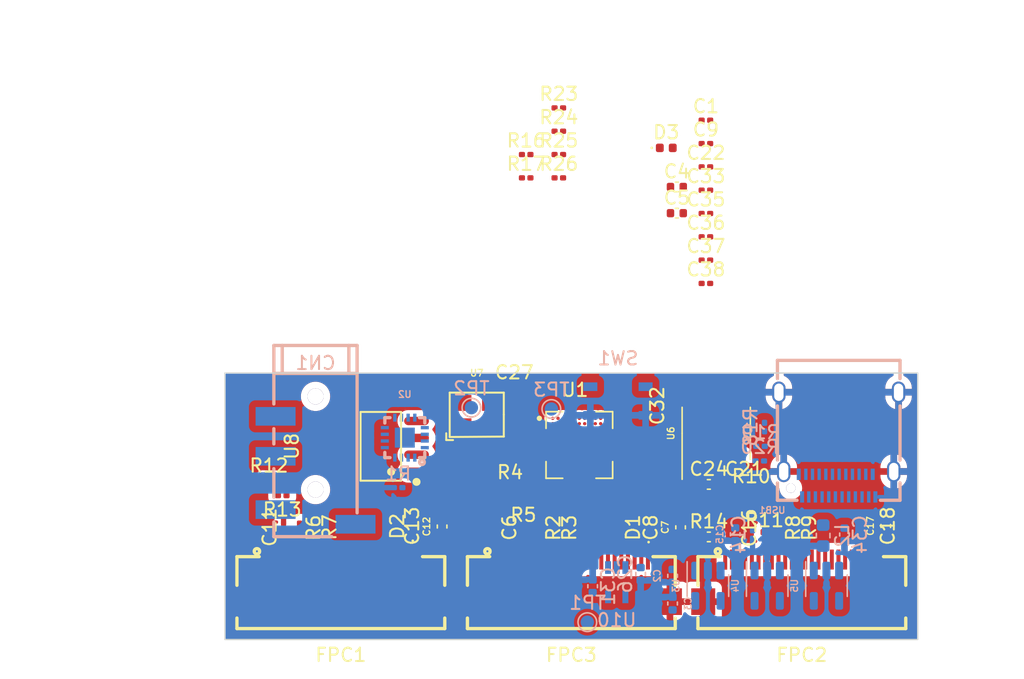
<source format=kicad_pcb>
(kicad_pcb (version 20221018) (generator pcbnew)
  (layers (0 "F.Cu" signal) (31 "B.Cu" signal) (34 "B.Paste" user) (35 "F.Paste" user) (36 "B.SilkS" user "B.Silkscreen") (37 "F.SilkS" user "F.Silkscreen") (38 "B.Mask" user) (39 "F.Mask" user) (44 "Edge.Cuts" user))
  (net 0 "")
  (net 1 "+3V3")
  (net 2 "Net-(USB1-CC2)")
  (net 3 "Net-(USB1-CC1)")
  (net 4 "/USB_D_P")
  (net 5 "USB_PU")
  (net 6 "USB_P")
  (net 7 "USB_N")
  (net 8 "/USB_D_N")
  (net 9 "82")
  (net 10 "109")
  (net 11 "CRESET_B")
  (net 12 "SS")
  (net 13 "SDI")
  (net 14 "SDO")
  (net 15 "SCK")
  (net 17 "CLK")
  (net 18 "Net-(U7-Tri-state)")
  (net 23 "VPP_FAST")
  (net 80 "CDONE")
  (net 84 "Net-(U1F-VCCPLL0)")
  (net 85 "Net-(U1F-GNDPLL0)")
  (net 90 "GND")
  (net 91 "VBUS")
  (net 92 "+3.3V")
  (net 95 "+1V8")
  (net 97 "+2V8")
  (net 98 "Net-(C6-Pad1)")
  (net 99 "Net-(D1-K)")
  (net 100 "Net-(C11-Pad1)")
  (net 101 "Net-(D2-K)")
  (net 102 "Net-(C16-Pad1)")
  (net 103 "Net-(D3-K)")
  (net 104 "/DVP1_SDA")
  (net 105 "/AVCC")
  (net 106 "/DVP1_SCL")
  (net 107 "Net-(FPC1-Pad8)")
  (net 108 "Net-(FPC2-Pad8)")
  (net 109 "Net-(FPC3-Pad8)")
  (net 110 "/DVP2_SDA")
  (net 111 "/DVP2_SCL")
  (net 112 "/DVP0_SDA")
  (net 113 "/DVP0_SCL")
  (net 114 "/DVP1_VSYNC")
  (net 115 "/DVP1_HREF")
  (net 116 "/DVP1_Y9")
  (net 117 "/DVP1_MCLK")
  (net 118 "/DVP1_Y8")
  (net 119 "/DVP1_Y7")
  (net 120 "/DVP1_PCLK")
  (net 121 "/DVP1_Y6")
  (net 122 "/DVP1_Y2")
  (net 123 "/DVP1_Y5")
  (net 124 "/DVP1_Y3")
  (net 125 "/DVP1_Y4")
  (net 126 "/DVP2_VSYNC")
  (net 127 "/DVP2_HREF")
  (net 128 "/DVP2_Y9")
  (net 129 "/DVP2_MCLK")
  (net 130 "/DVP2_Y8")
  (net 131 "/DVP2_Y7")
  (net 132 "/DVP2_PCLK")
  (net 133 "/DVP2_Y6")
  (net 134 "/DVP2_Y2")
  (net 135 "/DVP2_Y5")
  (net 136 "/DVP2_Y3")
  (net 137 "/DVP2_Y4")
  (net 138 "/DVP0_VSYNC")
  (net 139 "/DVP0_HREF")
  (net 140 "/DVP0_Y9")
  (net 141 "/DVP0_MCLK")
  (net 142 "/DVP0_Y8")
  (net 143 "/DVP0_Y7")
  (net 144 "/DVP0_PCLK")
  (net 145 "/DVP0_Y6")
  (net 146 "/DVP0_Y2")
  (net 147 "/DVP0_Y5")
  (net 148 "/DVP0_Y3")
  (net 149 "/DVP0_Y4")
  (net 150 "+1V2")
  (footprint "Resistor_SMD:R_0201_0603Metric" (layer "F.Cu") (at 129.6 83.62 -90)
    (fp_text reference "R2" (at 0 -1.05 -90) (layer "F.SilkS"))
    (fp_text value "10K")
    (pad "1" smd roundrect (at -0.32 0 270) (size 0.46 0.4) (layers "F.Cu" "F.Mask") (net 92 "+3.3V"))
    (pad "2" smd roundrect (at 0.32 0 270) (size 0.46 0.4) (layers "F.Cu" "F.Mask") (net 98 "Net-(C6-Pad1)"))
  )
  (footprint "easyeda2kicad:SOP-8_L4.9-W3.9-P1.27-LS6.0-BL" (layer "F.Cu") (at 117.7 77.5 90)
    (fp_text reference "U8" (at 0 -6.68 90) (layer "F.SilkS"))
    (fp_text value "PM004MNIATR")
    (pad "1" smd oval (at -1.91 2.68 90) (size 0.63 1.86) (layers "F.Cu" "F.Paste" "F.Mask"))
    (pad "2" smd oval (at -0.63 2.68 90) (size 0.63 1.86) (layers "F.Cu" "F.Paste" "F.Mask"))
    (pad "3" smd oval (at 0.63 2.68 90) (size 0.63 1.86) (layers "F.Cu" "F.Paste" "F.Mask"))
    (pad "4" smd oval (at 1.9 2.68 90) (size 0.63 1.86) (layers "F.Cu" "F.Paste" "F.Mask"))
    (pad "5" smd oval (at 1.9 -2.68 90) (size 0.63 1.86) (layers "F.Cu" "F.Paste" "F.Mask"))
    (pad "6" smd oval (at 0.63 -2.68 90) (size 0.63 1.86) (layers "F.Cu" "F.Paste" "F.Mask"))
    (pad "7" smd oval (at -0.63 -2.68 90) (size 0.63 1.86) (layers "F.Cu" "F.Paste" "F.Mask"))
    (pad "8" smd oval (at -1.91 -2.68 90) (size 0.63 1.86) (layers "F.Cu" "F.Paste" "F.Mask"))
  )
  (footprint "Capacitor_SMD:C_0201_0603Metric" (layer "F.Cu") (at 128.4 83.6 90)
    (fp_text reference "C6" (at 0 -1.05 90) (layer "F.SilkS"))
    (fp_text value "100nF")
    (pad "1" smd roundrect (at -0.32 0 90) (size 0.46 0.4) (layers "F.Cu" "F.Mask") (net 98 "Net-(C6-Pad1)"))
    (pad "2" smd roundrect (at 0.32 0 90) (size 0.46 0.4) (layers "F.Cu" "F.Mask") (net 90 "GND"))
  )
  (footprint "Capacitor_SMD:C_0201_0603Metric" (layer "F.Cu") (at 142.1 60.025)
    (fp_text reference "C35" (at 0 -1.05) (layer "F.SilkS"))
    (fp_text value "10nF")
    (pad "1" smd roundrect (at -0.32 0) (size 0.46 0.4) (layers "F.Cu" "F.Mask") (net 150 "+1V2"))
    (pad "2" smd roundrect (at 0.32 0) (size 0.46 0.4) (layers "F.Cu" "F.Mask") (net 90 "GND"))
  )
  (footprint "easyeda2kicad:FPC-SMD_P0.50-24P_QCHF-SM-H2.0" (layer "F.Cu") (at 114.7 87.58 180)
    (fp_text reference "FPC1" (at 0 -5.58) (layer "F.SilkS"))
    (fp_text value "AFC24-S24FIC-00")
    (pad "1" smd rect (at 5.75 1.57) (size 0.3 1.5) (layers "F.Cu" "F.Paste" "F.Mask"))
    (pad "2" smd rect (at 5.25 1.58) (size 0.3 1.5) (layers "F.Cu" "F.Paste" "F.Mask") (net 90 "GND"))
    (pad "3" smd rect (at 4.75 1.58) (size 0.3 1.5) (layers "F.Cu" "F.Paste" "F.Mask") (net 104 "/DVP1_SDA"))
    (pad "4" smd rect (at 4.25 1.58) (size 0.3 1.5) (layers "F.Cu" "F.Paste" "F.Mask") (net 105 "/AVCC"))
    (pad "5" smd rect (at 3.75 1.58) (size 0.3 1.5) (layers "F.Cu" "F.Paste" "F.Mask") (net 106 "/DVP1_SCL"))
    (pad "6" smd rect (at 3.25 1.58) (size 0.3 1.5) (layers "F.Cu" "F.Paste" "F.Mask") (net 100 "Net-(C11-Pad1)"))
    (pad "7" smd rect (at 2.75 1.58) (size 0.3 1.5) (layers "F.Cu" "F.Paste" "F.Mask") (net 114 "/DVP1_VSYNC"))
    (pad "8" smd rect (at 2.25 1.58) (size 0.3 1.5) (layers "F.Cu" "F.Paste" "F.Mask") (net 107 "Net-(FPC1-Pad8)"))
    (pad "9" smd rect (at 1.75 1.58) (size 0.3 1.5) (layers "F.Cu" "F.Paste" "F.Mask") (net 115 "/DVP1_HREF"))
    (pad "10" smd rect (at 1.25 1.58) (size 0.3 1.5) (layers "F.Cu" "F.Paste" "F.Mask") (net 95 "+1V8"))
    (pad "11" smd rect (at 0.75 1.58) (size 0.3 1.5) (layers "F.Cu" "F.Paste" "F.Mask") (net 97 "+2V8"))
    (pad "12" smd rect (at 0.25 1.58) (size 0.3 1.5) (layers "F.Cu" "F.Paste" "F.Mask") (net 116 "/DVP1_Y9"))
    (pad "13" smd rect (at -0.25 1.58) (size 0.3 1.5) (layers "F.Cu" "F.Paste" "F.Mask") (net 117 "/DVP1_MCLK"))
    (pad "14" smd rect (at -0.75 1.58) (size 0.3 1.5) (layers "F.Cu" "F.Paste" "F.Mask") (net 118 "/DVP1_Y8"))
    (pad "15" smd rect (at -1.25 1.58) (size 0.3 1.5) (layers "F.Cu" "F.Paste" "F.Mask") (net 90 "GND"))
    (pad "16" smd rect (at -1.75 1.58) (size 0.3 1.5) (layers "F.Cu" "F.Paste" "F.Mask") (net 119 "/DVP1_Y7"))
    (pad "17" smd rect (at -2.25 1.58) (size 0.3 1.5) (layers "F.Cu" "F.Paste" "F.Mask") (net 120 "/DVP1_PCLK"))
    (pad "18" smd rect (at -2.75 1.58) (size 0.3 1.5) (layers "F.Cu" "F.Paste" "F.Mask") (net 121 "/DVP1_Y6"))
    (pad "19" smd rect (at -3.25 1.58) (size 0.3 1.5) (layers "F.Cu" "F.Paste" "F.Mask") (net 122 "/DVP1_Y2"))
    (pad "20" smd rect (at -3.75 1.58) (size 0.3 1.5) (layers "F.Cu" "F.Paste" "F.Mask") (net 123 "/DVP1_Y5"))
    (pad "21" smd rect (at -4.25 1.58) (size 0.3 1.5) (layers "F.Cu" "F.Paste" "F.Mask") (net 124 "/DVP1_Y3"))
    (pad "22" smd rect (at -4.75 1.58) (size 0.3 1.5) (layers "F.Cu" "F.Paste" "F.Mask") (net 125 "/DVP1_Y4"))
    (pad "23" smd rect (at -5.25 1.58) (size 0.3 1.5) (layers "F.Cu" "F.Paste" "F.Mask") (net 90 "GND"))
    (pad "24" smd rect (at -5.75 1.58) (size 0.3 1.5) (layers "F.Cu" "F.Paste" "F.Mask") (net 101 "Net-(D2-K)"))
    (pad "25" smd rect (at 7.4 -1.58) (size 1.8 2) (layers "F.Cu" "F.Paste" "F.Mask") (net 90 "GND"))
    (pad "26" smd rect (at -7.4 -1.58 180) (size 1.8 2) (layers "F.Cu" "F.Paste" "F.Mask") (net 90 "GND"))
  )
  (footprint "Resistor_SMD:R_0201_0603Metric" (layer "F.Cu") (at 109.3 80)
    (fp_text reference "R12" (at 0 -1.05) (layer "F.SilkS"))
    (fp_text value "4.7K")
    (pad "1" smd roundrect (at -0.32 0) (size 0.46 0.4) (layers "F.Cu" "F.Mask") (net 104 "/DVP1_SDA"))
    (pad "2" smd roundrect (at 0.32 0) (size 0.46 0.4) (layers "F.Cu" "F.Mask") (net 97 "+2V8"))
  )
  (footprint "Diode_SMD:D_0402_1005Metric" (layer "F.Cu") (at 120.1 83.5 90)
    (fp_text reference "D2" (at 0 -1.17 90) (layer "F.SilkS"))
    (fp_text value "D")
    (pad "1" smd roundrect (at -0.485 0 90) (size 0.59 0.64) (layers "F.Cu" "F.Paste" "F.Mask") (net 101 "Net-(D2-K)"))
    (pad "2" smd roundrect (at 0.485 0 90) (size 0.59 0.64) (layers "F.Cu" "F.Paste" "F.Mask") (net 97 "+2V8"))
  )
  (footprint "Resistor_SMD:R_0201_0603Metric" (layer "F.Cu") (at 127.4 80.5)
    (fp_text reference "R4" (at 0 -1.05) (layer "F.SilkS"))
    (fp_text value "4.7K")
    (pad "1" smd roundrect (at -0.32 0) (size 0.46 0.4) (layers "F.Cu" "F.Mask") (net 112 "/DVP0_SDA"))
    (pad "2" smd roundrect (at 0.32 0) (size 0.46 0.4) (layers "F.Cu" "F.Mask") (net 97 "+2V8"))
  )
  (footprint "Resistor_SMD:R_0201_0603Metric" (layer "F.Cu") (at 145.5 80.8)
    (fp_text reference "R10" (at 0 -1.05) (layer "F.SilkS"))
    (fp_text value "4.7K")
    (pad "1" smd roundrect (at -0.32 0) (size 0.46 0.4) (layers "F.Cu" "F.Mask") (net 110 "/DVP2_SDA"))
    (pad "2" smd roundrect (at 0.32 0) (size 0.46 0.4) (layers "F.Cu" "F.Mask") (net 97 "+2V8"))
  )
  (footprint "Resistor_SMD:R_0201_0603Metric" (layer "F.Cu") (at 130.8 83.62 -90)
    (fp_text reference "R3" (at 0 -1.05 -90) (layer "F.SilkS"))
    (fp_text value "10K")
    (pad "1" smd roundrect (at -0.32 0 270) (size 0.46 0.4) (layers "F.Cu" "F.Mask") (net 90 "GND"))
    (pad "2" smd roundrect (at 0.32 0 270) (size 0.46 0.4) (layers "F.Cu" "F.Mask") (net 109 "Net-(FPC3-Pad8)"))
  )
  (footprint "Resistor_SMD:R_0201_0603Metric" (layer "F.Cu") (at 147.6 83.62 -90)
    (fp_text reference "R8" (at 0 -1.05 -90) (layer "F.SilkS"))
    (fp_text value "10K")
    (pad "1" smd roundrect (at -0.32 0 270) (size 0.46 0.4) (layers "F.Cu" "F.Mask") (net 92 "+3.3V"))
    (pad "2" smd roundrect (at 0.32 0 270) (size 0.46 0.4) (layers "F.Cu" "F.Mask") (net 102 "Net-(C16-Pad1)"))
  )
  (footprint "Diode_SMD:D_0402_1005Metric" (layer "F.Cu") (at 139.125 55.1)
    (fp_text reference "D3" (at 0 -1.17) (layer "F.SilkS"))
    (fp_text value "D")
    (pad "1" smd roundrect (at -0.485 0) (size 0.59 0.64) (layers "F.Cu" "F.Paste" "F.Mask") (net 103 "Net-(D3-K)"))
    (pad "2" smd roundrect (at 0.485 0) (size 0.59 0.64) (layers "F.Cu" "F.Paste" "F.Mask") (net 97 "+2V8"))
  )
  (footprint "Capacitor_SMD:C_0201_0603Metric" (layer "F.Cu") (at 144.98 80.25)
    (fp_text reference "C21" (at 0 -1.05) (layer "F.SilkS"))
    (fp_text value "100nF")
    (pad "1" smd roundrect (at -0.32 0) (size 0.46 0.4) (layers "F.Cu" "F.Mask") (net 1 "+3V3"))
    (pad "2" smd roundrect (at 0.32 0) (size 0.46 0.4) (layers "F.Cu" "F.Mask") (net 90 "GND"))
  )
  (footprint "Resistor_SMD:R_0201_0603Metric" (layer "F.Cu") (at 148.8 83.62 -90)
    (fp_text reference "R9" (at 0 -1.05 -90) (layer "F.SilkS"))
    (fp_text value "10K")
    (pad "1" smd roundrect (at -0.32 0 270) (size 0.46 0.4) (layers "F.Cu" "F.Mask") (net 90 "GND"))
    (pad "2" smd roundrect (at 0.32 0 270) (size 0.46 0.4) (layers "F.Cu" "F.Mask") (net 108 "Net-(FPC2-Pad8)"))
  )
  (footprint "Resistor_SMD:R_0201_0603Metric" (layer "F.Cu") (at 128.61 55.6)
    (fp_text reference "R16" (at 0 -1.05) (layer "F.SilkS"))
    (fp_text value "5.1K")
    (pad "1" smd roundrect (at -0.32 0) (size 0.46 0.4) (layers "F.Cu" "F.Mask") (net 3 "Net-(USB1-CC1)"))
    (pad "2" smd roundrect (at 0.32 0) (size 0.46 0.4) (layers "F.Cu" "F.Mask") (net 90 "GND"))
  )
  (footprint "Capacitor_SMD:C_0402_1005Metric" (layer "F.Cu") (at 122.3 83.52 90)
    (fp_text reference "C12" (at 0 -1.16 90) (layer "F.SilkS") (effects (font (size 0.5 0.5) (thickness 0.1) bold)))
    (fp_text value "2.2uF")
    (pad "1" smd roundrect (at -0.48 0 90) (size 0.56 0.62) (layers "F.Cu" "F.Paste" "F.Mask") (net 101 "Net-(D2-K)"))
    (pad "2" smd roundrect (at 0.48 0 90) (size 0.56 0.62) (layers "F.Cu" "F.Paste" "F.Mask") (net 90 "GND"))
  )
  (footprint "Resistor_SMD:R_0201_0603Metric" (layer "F.Cu") (at 128.61 57.35)
    (fp_text reference "R17" (at 0 -1.05) (layer "F.SilkS"))
    (fp_text value "100")
    (pad "1" smd roundrect (at -0.32 0) (size 0.46 0.4) (layers "F.Cu" "F.Mask") (net 84 "Net-(U1F-VCCPLL0)"))
    (pad "2" smd roundrect (at 0.32 0) (size 0.46 0.4) (layers "F.Cu" "F.Mask") (net 150 "+1V2"))
  )
  (footprint "Capacitor_SMD:C_0201_0603Metric" (layer "F.Cu") (at 142.1 65.275)
    (fp_text reference "C38" (at 0 -1.05) (layer "F.SilkS"))
    (fp_text value "100nF")
    (pad "1" smd roundrect (at -0.32 0) (size 0.46 0.4) (layers "F.Cu" "F.Mask") (net 92 "+3.3V"))
    (pad "2" smd roundrect (at 0.32 0) (size 0.46 0.4) (layers "F.Cu" "F.Mask") (net 90 "GND"))
  )
  (footprint "Capacitor_SMD:C_0201_0603Metric" (layer "F.Cu") (at 142.1 58.275)
    (fp_text reference "C33" (at 0 -1.05) (layer "F.SilkS"))
    (fp_text value "10nF")
    (pad "1" smd roundrect (at -0.32 0) (size 0.46 0.4) (layers "F.Cu" "F.Mask") (net 150 "+1V2"))
    (pad "2" smd roundrect (at 0.32 0) (size 0.46 0.4) (layers "F.Cu" "F.Mask") (net 90 "GND"))
  )
  (footprint "Resistor_SMD:R_0201_0603Metric" (layer "F.Cu") (at 131.06 53.85)
    (fp_text reference "R24" (at 0 -1.05) (layer "F.SilkS"))
    (fp_text value "10k")
    (pad "1" smd roundrect (at -0.32 0) (size 0.46 0.4) (layers "F.Cu" "F.Mask") (net 92 "+3.3V"))
    (pad "2" smd roundrect (at 0.32 0) (size 0.46 0.4) (layers "F.Cu" "F.Mask") (net 10 "109"))
  )
  (footprint "Resistor_SMD:R_0201_0603Metric" (layer "F.Cu") (at 128.4 81.6 180)
    (fp_text reference "R5" (at 0 -1.05 180) (layer "F.SilkS"))
    (fp_text value "4.7K")
    (pad "1" smd roundrect (at -0.32 0 180) (size 0.46 0.4) (layers "F.Cu" "F.Mask") (net 113 "/DVP0_SCL"))
    (pad "2" smd roundrect (at 0.32 0 180) (size 0.46 0.4) (layers "F.Cu" "F.Mask") (net 97 "+2V8"))
  )
  (footprint "Capacitor_SMD:C_0201_0603Metric" (layer "F.Cu") (at 142.1 53.025)
    (fp_text reference "C1" (at 0 -1.05) (layer "F.SilkS"))
    (fp_text value "100nF")
    (pad "1" smd roundrect (at -0.32 0) (size 0.46 0.4) (layers "F.Cu" "F.Mask") (net 92 "+3.3V"))
    (pad "2" smd roundrect (at 0.32 0) (size 0.46 0.4) (layers "F.Cu" "F.Mask") (net 90 "GND"))
  )
  (footprint "Capacitor_SMD:C_0402_1005Metric" (layer "F.Cu") (at 140.2 83.58 90)
    (fp_text reference "C7" (at 0 -1.16 90) (layer "F.SilkS") (effects (font (size 0.5 0.5) (thickness 0.1) bold)))
    (fp_text value "2.2uF")
    (pad "1" smd roundrect (at -0.48 0 90) (size 0.56 0.62) (layers "F.Cu" "F.Paste" "F.Mask") (net 99 "Net-(D1-K)"))
    (pad "2" smd roundrect (at 0.48 0 90) (size 0.56 0.62) (layers "F.Cu" "F.Paste" "F.Mask") (net 90 "GND"))
  )
  (footprint "Capacitor_SMD:C_0402_1005Metric" (layer "F.Cu") (at 142.32 84.3)
    (fp_text reference "R14" (at 0 -1.16) (layer "F.SilkS"))
    (fp_text value "0R")
    (pad "1" smd roundrect (at -0.48 0) (size 0.56 0.62) (layers "F.Cu" "F.Paste" "F.Mask") (net 1 "+3V3"))
    (pad "2" smd roundrect (at 0.48 0) (size 0.56 0.62) (layers "F.Cu" "F.Paste" "F.Mask") (net 18 "Net-(U7-Tri-state)"))
  )
  (footprint "Capacitor_SMD:C_0201_0603Metric" (layer "F.Cu") (at 139 83.6 90)
    (fp_text reference "C8" (at 0 -1.05 90) (layer "F.SilkS"))
    (fp_text value "100nF")
    (pad "1" smd roundrect (at -0.32 0 90) (size 0.46 0.4) (layers "F.Cu" "F.Mask") (net 99 "Net-(D1-K)"))
    (pad "2" smd roundrect (at 0.32 0 90) (size 0.46 0.4) (layers "F.Cu" "F.Mask") (net 90 "GND"))
  )
  (footprint "easyeda2kicad:FPC-SMD_P0.50-24P_QCHF-SM-H2.0" (layer "F.Cu") (at 149.3 87.58 180)
    (fp_text reference "FPC2" (at 0 -5.58) (layer "F.SilkS"))
    (fp_text value "AFC24-S24FIC-00")
    (pad "1" smd rect (at 5.75 1.57) (size 0.3 1.5) (layers "F.Cu" "F.Paste" "F.Mask"))
    (pad "2" smd rect (at 5.25 1.58) (size 0.3 1.5) (layers "F.Cu" "F.Paste" "F.Mask") (net 90 "GND"))
    (pad "3" smd rect (at 4.75 1.58) (size 0.3 1.5) (layers "F.Cu" "F.Paste" "F.Mask") (net 110 "/DVP2_SDA"))
    (pad "4" smd rect (at 4.25 1.58) (size 0.3 1.5) (layers "F.Cu" "F.Paste" "F.Mask") (net 105 "/AVCC"))
    (pad "5" smd rect (at 3.75 1.58) (size 0.3 1.5) (layers "F.Cu" "F.Paste" "F.Mask") (net 111 "/DVP2_SCL"))
    (pad "6" smd rect (at 3.25 1.58) (size 0.3 1.5) (layers "F.Cu" "F.Paste" "F.Mask") (net 102 "Net-(C16-Pad1)"))
    (pad "7" smd rect (at 2.75 1.58) (size 0.3 1.5) (layers "F.Cu" "F.Paste" "F.Mask") (net 126 "/DVP2_VSYNC"))
    (pad "8" smd rect (at 2.25 1.58) (size 0.3 1.5) (layers "F.Cu" "F.Paste" "F.Mask") (net 108 "Net-(FPC2-Pad8)"))
    (pad "9" smd rect (at 1.75 1.58) (size 0.3 1.5) (layers "F.Cu" "F.Paste" "F.Mask") (net 127 "/DVP2_HREF"))
    (pad "10" smd rect (at 1.25 1.58) (size 0.3 1.5) (layers "F.Cu" "F.Paste" "F.Mask") (net 95 "+1V8"))
    (pad "11" smd rect (at 0.75 1.58) (size 0.3 1.5) (layers "F.Cu" "F.Paste" "F.Mask") (net 97 "+2V8"))
    (pad "12" smd rect (at 0.25 1.58) (size 0.3 1.5) (layers "F.Cu" "F.Paste" "F.Mask") (net 128 "/DVP2_Y9"))
    (pad "13" smd rect (at -0.25 1.58) (size 0.3 1.5) (layers "F.Cu" "F.Paste" "F.Mask") (net 129 "/DVP2_MCLK"))
    (pad "14" smd rect (at -0.75 1.58) (size 0.3 1.5) (layers "F.Cu" "F.Paste" "F.Mask") (net 130 "/DVP2_Y8"))
    (pad "15" smd rect (at -1.25 1.58) (size 0.3 1.5) (layers "F.Cu" "F.Paste" "F.Mask") (net 90 "GND"))
    (pad "16" smd rect (at -1.75 1.58) (size 0.3 1.5) (layers "F.Cu" "F.Paste" "F.Mask") (net 131 "/DVP2_Y7"))
    (pad "17" smd rect (at -2.25 1.58) (size 0.3 1.5) (layers "F.Cu" "F.Paste" "F.Mask") (net 132 "/DVP2_PCLK"))
    (pad "18" smd rect (at -2.75 1.58) (size 0.3 1.5) (layers "F.Cu" "F.Paste" "F.Mask") (net 133 "/DVP2_Y6"))
    (pad "19" smd rect (at -3.25 1.58) (size 0.3 1.5) (layers "F.Cu" "F.Paste" "F.Mask") (net 134 "/DVP2_Y2"))
    (pad "20" smd rect (at -3.75 1.58) (size 0.3 1.5) (layers "F.Cu" "F.Paste" "F.Mask") (net 135 "/DVP2_Y5"))
    (pad "21" smd rect (at -4.25 1.58) (size 0.3 1.5) (layers "F.Cu" "F.Paste" "F.Mask") (net 136 "/DVP2_Y3"))
    (pad "22" smd rect (at -4.75 1.58) (size 0.3 1.5) (layers "F.Cu" "F.Paste" "F.Mask") (net 137 "/DVP2_Y4"))
    (pad "23" smd rect (at -5.25 1.58) (size 0.3 1.5) (layers "F.Cu" "F.Paste" "F.Mask") (net 90 "GND"))
    (pad "24" smd rect (at -5.75 1.58) (size 0.3 1.5) (layers "F.Cu" "F.Paste" "F.Mask") (net 103 "Net-(D3-K)"))
    (pad "25" smd rect (at 7.4 -1.58) (size 1.8 2) (layers "F.Cu" "F.Paste" "F.Mask") (net 90 "GND"))
    (pad "26" smd rect (at -7.4 -1.58 180) (size 1.8 2) (layers "F.Cu" "F.Paste" "F.Mask") (net 90 "GND"))
  )
  (footprint "Capacitor_SMD:C_0201_0603Metric" (layer "F.Cu") (at 142.1 61.775)
    (fp_text reference "C36" (at 0 -1.05) (layer "F.SilkS"))
    (fp_text value "10nF")
    (pad "1" smd roundrect (at -0.32 0) (size 0.46 0.4) (layers "F.Cu" "F.Mask") (net 92 "+3.3V"))
    (pad "2" smd roundrect (at 0.32 0) (size 0.46 0.4) (layers "F.Cu" "F.Mask") (net 90 "GND"))
  )
  (footprint "Resistor_SMD:R_0201_0603Metric" (layer "F.Cu") (at 131.06 52.1)
    (fp_text reference "R23" (at 0 -1.05) (layer "F.SilkS"))
    (fp_text value "10k")
    (pad "1" smd roundrect (at -0.32 0) (size 0.46 0.4) (layers "F.Cu" "F.Mask") (net 92 "+3.3V"))
    (pad "2" smd roundrect (at 0.32 0) (size 0.46 0.4) (layers "F.Cu" "F.Mask") (net 9 "82"))
  )
  (footprint "Capacitor_SMD:C_0201_0603Metric" (layer "F.Cu") (at 127.72 73)
    (fp_text reference "C27" (at 0 -1.05) (layer "F.SilkS"))
    (fp_text value "100nF")
    (pad "1" smd roundrect (at -0.32 0) (size 0.46 0.4) (layers "F.Cu" "F.Mask") (net 84 "Net-(U1F-VCCPLL0)"))
    (pad "2" smd roundrect (at 0.32 0) (size 0.46 0.4) (layers "F.Cu" "F.Mask") (net 85 "Net-(U1F-GNDPLL0)"))
  )
  (footprint "Resistor_SMD:R_0201_0603Metric" (layer "F.Cu") (at 110.3 81.2 180)
    (fp_text reference "R13" (at 0 -1.05 180) (layer "F.SilkS"))
    (fp_text value "4.7K")
    (pad "1" smd roundrect (at -0.32 0 180) (size 0.46 0.4) (layers "F.Cu" "F.Mask") (net 106 "/DVP1_SCL"))
    (pad "2" smd roundrect (at 0.32 0 180) (size 0.46 0.4) (layers "F.Cu" "F.Mask") (net 97 "+2V8"))
  )
  (footprint "Capacitor_SMD:C_0201_0603Metric" (layer "F.Cu") (at 142.1 56.525)
    (fp_text reference "C22" (at 0 -1.05) (layer "F.SilkS"))
    (fp_text value "100nF")
    (pad "1" smd roundrect (at -0.32 0) (size 0.46 0.4) (layers "F.Cu" "F.Mask") (net 150 "+1V2"))
    (pad "2" smd roundrect (at 0.32 0) (size 0.46 0.4) (layers "F.Cu" "F.Mask") (net 90 "GND"))
  )
  (footprint "Capacitor_SMD:C_0402_1005Metric" (layer "F.Cu") (at 142.32 80.36)
    (fp_text reference "C24" (at 0 -1.16) (layer "F.SilkS"))
    (fp_text value "10uF")
    (pad "1" smd roundrect (at -0.48 0) (size 0.56 0.62) (layers "F.Cu" "F.Paste" "F.Mask") (net 84 "Net-(U1F-VCCPLL0)"))
    (pad "2" smd roundrect (at 0.48 0) (size 0.56 0.62) (layers "F.Cu" "F.Paste" "F.Mask") (net 85 "Net-(U1F-GNDPLL0)"))
  )
  (footprint "Resistor_SMD:R_0201_0603Metric" (layer "F.Cu") (at 131.06 57.35)
    (fp_text reference "R26" (at 0 -1.05) (layer "F.SilkS"))
    (fp_text value "10k")
    (pad "1" smd roundrect (at -0.32 0) (size 0.46 0.4) (layers "F.Cu" "F.Mask") (net 1 "+3V3"))
    (pad "2" smd roundrect (at 0.32 0) (size 0.46 0.4) (layers "F.Cu" "F.Mask") (net 12 "SS"))
  )
  (footprint "Capacitor_SMD:C_0402_1005Metric" (layer "F.Cu") (at 139.92 58.03)
    (fp_text reference "C4" (at 0 -1.16) (layer "F.SilkS"))
    (fp_text value "22uF")
    (pad "1" smd roundrect (at -0.48 0) (size 0.56 0.62) (layers "F.Cu" "F.Paste" "F.Mask") (net 91 "VBUS"))
    (pad "2" smd roundrect (at 0.48 0) (size 0.56 0.62) (layers "F.Cu" "F.Paste" "F.Mask") (net 90 "GND"))
  )
  (footprint "easyeda2kicad:OSC-SMD_4P-L3.2-W2.5-BL" (layer "F.Cu") (at 124.9 75.12)
    (fp_text reference "U7" (at 0 -3.12) (layer "F.SilkS") (effects (font (size 0.5 0.5) (thickness 0.1) bold)))
    (fp_text value "YF4016M00033T8188092")
    (pad "1" smd rect (at -1.1 0.88) (size 1.4 1.2) (layers "F.Cu" "F.Paste" "F.Mask") (net 18 "Net-(U7-Tri-state)"))
    (pad "2" smd rect (at 1.1 0.88) (size 1.4 1.2) (layers "F.Cu" "F.Paste" "F.Mask") (net 90 "GND"))
    (pad "3" smd rect (at 1.1 -0.88) (size 1.4 1.2) (layers "F.Cu" "F.Paste" "F.Mask") (net 17 "CLK"))
    (pad "4" smd rect (at -1.1 -0.88) (size 1.4 1.2) (layers "F.Cu" "F.Paste" "F.Mask") (net 1 "+3V3"))
  )
  (footprint "easyeda2kicad:FPC-SMD_P0.50-24P_QCHF-SM-H2.0" (layer "F.Cu") (at 132 87.58 180)
    (fp_text reference "FPC3" (at 0 -5.58) (layer "F.SilkS"))
    (fp_text value "AFC24-S24FIC-00")
    (pad "1" smd rect (at 5.75 1.57) (size 0.3 1.5) (layers "F.Cu" "F.Paste" "F.Mask"))
    (pad "2" smd rect (at 5.25 1.58) (size 0.3 1.5) (layers "F.Cu" "F.Paste" "F.Mask") (net 90 "GND"))
    (pad "3" smd rect (at 4.75 1.58) (size 0.3 1.5) (layers "F.Cu" "F.Paste" "F.Mask") (net 112 "/DVP0_SDA"))
    (pad "4" smd rect (at 4.25 1.58) (size 0.3 1.5) (layers "F.Cu" "F.Paste" "F.Mask") (net 105 "/AVCC"))
    (pad "5" smd rect (at 3.75 1.58) (size 0.3 1.5) (layers "F.Cu" "F.Paste" "F.Mask") (net 113 "/DVP0_SCL"))
    (pad "6" smd rect (at 3.25 1.58) (size 0.3 1.5) (layers "F.Cu" "F.Paste" "F.Mask") (net 98 "Net-(C6-Pad1)"))
    (pad "7" smd rect (at 2.75 1.58) (size 0.3 1.5) (layers "F.Cu" "F.Paste" "F.Mask") (net 138 "/DVP0_VSYNC"))
    (pad "8" smd rect (at 2.25 1.58) (size 0.3 1.5) (layers "F.Cu" "F.Paste" "F.Mask") (net 109 "Net-(FPC3-Pad8)"))
    (pad "9" smd rect (at 1.75 1.58) (size 0.3 1.5) (layers "F.Cu" "F.Paste" "F.Mask") (net 139 "/DVP0_HREF"))
    (pad "10" smd rect (at 1.25 1.58) (size 0.3 1.5) (layers "F.Cu" "F.Paste" "F.Mask") (net 95 "+1V8"))
    (pad "11" smd rect (at 0.75 1.58) (size 0.3 1.5) (layers "F.Cu" "F.Paste" "F.Mask") (net 97 "+2V8"))
    (pad "12" smd rect (at 0.25 1.58) (size 0.3 1.5) (layers "F.Cu" "F.Paste" "F.Mask") (net 140 "/DVP0_Y9"))
    (pad "13" smd rect (at -0.25 1.58) (size 0.3 1.5) (layers "F.Cu" "F.Paste" "F.Mask") (net 141 "/DVP0_MCLK"))
    (pad "14" smd rect (at -0.75 1.58) (size 0.3 1.5) (layers "F.Cu" "F.Paste" "F.Mask") (net 142 "/DVP0_Y8"))
    (pad "15" smd rect (at -1.25 1.58) (size 0.3 1.5) (layers "F.Cu" "F.Paste" "F.Mask") (net 90 "GND"))
    (pad "16" smd rect (at -1.75 1.58) (size 0.3 1.5) (layers "F.Cu" "F.Paste" "F.Mask") (net 143 "/DVP0_Y7"))
    (pad "17" smd rect (at -2.25 1.58) (size 0.3 1.5) (layers "F.Cu" "F.Paste" "F.Mask") (net 144 "/DVP0_PCLK"))
    (pad "18" smd rect (at -2.75 1.58) (size 0.3 1.5) (layers "F.Cu" "F.Paste" "F.Mask") (net 145 "/DVP0_Y6"))
    (pad "19" smd rect (at -3.25 1.58) (size 0.3 1.5) (layers "F.Cu" "F.Paste" "F.Mask") (net 146 "/DVP0_Y2"))
    (pad "20" smd rect (at -3.75 1.58) (size 0.3 1.5) (layers "F.Cu" "F.Paste" "F.Mask") (net 147 "/DVP0_Y5"))
    (pad "21" smd rect (at -4.25 1.58) (size 0.3 1.5) (layers "F.Cu" "F.Paste" "F.Mask") (net 148 "/DVP0_Y3"))
    (pad "22" smd rect (at -4.75 1.58) (size 0.3 1.5) (layers "F.Cu" "F.Paste" "F.Mask") (net 149 "/DVP0_Y4"))
    (pad "23" smd rect (at -5.25 1.58) (size 0.3 1.5) (layers "F.Cu" "F.Paste" "F.Mask") (net 90 "GND"))
    (pad "24" smd rect (at -5.75 1.58) (size 0.3 1.5) (layers "F.Cu" "F.Paste" "F.Mask") (net 99 "Net-(D1-K)"))
    (pad "25" smd rect (at 7.4 -1.58) (size 1.8 2) (layers "F.Cu" "F.Paste" "F.Mask") (net 90 "GND"))
    (pad "26" smd rect (at -7.4 -1.58 180) (size 1.8 2) (layers "F.Cu" "F.Paste" "F.Mask") (net 90 "GND"))
  )
  (footprint "Capacitor_SMD:C_0201_0603Metric" (layer "F.Cu") (at 156.8 83.48 90)
    (fp_text reference "C18" (at 0 -1.05 90) (layer "F.SilkS"))
    (fp_text value "100nF")
    (pad "1" smd roundrect (at -0.32 0 90) (size 0.46 0.4) (layers "F.Cu" "F.Mask") (net 103 "Net-(D3-K)"))
    (pad "2" smd roundrect (at 0.32 0 90) (size 0.46 0.4) (layers "F.Cu" "F.Mask") (net 90 "GND"))
  )
  (footprint "Resistor_SMD:R_0201_0603Metric" (layer "F.Cu") (at 112.8 83.58 -90)
    (fp_text reference "R7" (at 0 -1.05 -90) (layer "F.SilkS"))
    (fp_text value "10K")
    (pad "1" smd roundrect (at -0.32 0 270) (size 0.46 0.4) (layers "F.Cu" "F.Mask") (net 90 "GND"))
    (pad "2" smd roundrect (at 0.32 0 270) (size 0.46 0.4) (layers "F.Cu" "F.Mask") (net 107 "Net-(FPC1-Pad8)"))
  )
  (footprint "Resistor_SMD:R_0201_0603Metric" (layer "F.Cu") (at 146.5 82 180)
    (fp_text reference "R11" (at 0 -1.05 180) (layer "F.SilkS"))
    (fp_text value "4.7K")
    (pad "1" smd roundrect (at -0.32 0 180) (size 0.46 0.4) (layers "F.Cu" "F.Mask") (net 111 "/DVP2_SCL"))
    (pad "2" smd roundrect (at 0.32 0 180) (size 0.46 0.4) (layers "F.Cu" "F.Mask") (net 97 "+2V8"))
  )
  (footprint "Resistor_SMD:R_0201_0603Metric" (layer "F.Cu") (at 111.6 83.62 -90)
    (fp_text reference "R6" (at 0 -1.05 -90) (layer "F.SilkS"))
    (fp_text value "10K")
    (pad "1" smd roundrect (at -0.32 0 270) (size 0.46 0.4) (layers "F.Cu" "F.Mask") (net 92 "+3.3V"))
    (pad "2" smd roundrect (at 0.32 0 270) (size 0.46 0.4) (layers "F.Cu" "F.Mask") (net 100 "Net-(C11-Pad1)"))
  )
  (footprint "Capacitor_SMD:C_0201_0603Metric" (layer "F.Cu") (at 142.1 63.525)
    (fp_text reference "C37" (at 0 -1.05) (layer "F.SilkS"))
    (fp_text value "10nF")
    (pad "1" smd roundrect (at -0.32 0) (size 0.46 0.4) (layers "F.Cu" "F.Mask") (net 92 "+3.3V"))
    (pad "2" smd roundrect (at 0.32 0) (size 0.46 0.4) (layers "F.Cu" "F.Mask") (net 90 "GND"))
  )
  (footprint "Diode_SMD:D_0402_1005Metric" (layer "F.Cu") (at 137.8 83.6 90)
    (fp_text reference "D1" (at 0 -1.17 90) (layer "F.SilkS"))
    (fp_text value "D")
    (pad "1" smd roundrect (at -0.485 0 90) (size 0.59 0.64) (layers "F.Cu" "F.Paste" "F.Mask") (net 99 "Net-(D1-K)"))
    (pad "2" smd roundrect (at 0.485 0 90) (size 0.59 0.64) (layers "F.Cu" "F.Paste" "F.Mask") (net 97 "+2V8"))
  )
  (footprint "Capacitor_SMD:C_0201_0603Metric" (layer "F.Cu") (at 139.5 74.455 90)
    (fp_text reference "C32" (at 0 -1.05 90) (layer "F.SilkS"))
    (fp_text value "100nF")
    (pad "1" smd roundrect (at -0.32 0 90) (size 0.46 0.4) (layers "F.Cu" "F.Mask") (net 1 "+3V3"))
    (pad "2" smd roundrect (at 0.32 0 90) (size 0.46 0.4) (layers "F.Cu" "F.Mask") (net 90 "GND"))
  )
  (footprint "Capacitor_SMD:C_0201_0603Metric" (layer "F.Cu") (at 110.4 83.58 90)
    (fp_text reference "C11" (at 0 -1.05 90) (layer "F.SilkS"))
    (fp_text value "100nF")
    (pad "1" smd roundrect (at -0.32 0 90) (size 0.46 0.4) (layers "F.Cu" "F.Mask") (net 100 "Net-(C11-Pad1)"))
    (pad "2" smd roundrect (at 0.32 0 90) (size 0.46 0.4) (layers "F.Cu" "F.Mask") (net 90 "GND"))
  )
  (footprint "Package_SO:SOIC-8_3.9x4.9mm_P1.27mm" (layer "F.Cu") (at 142.875 76.525 90)
    (fp_text reference "U6" (at 0 -3.4 90) (layer "F.SilkS") (effects (font (size 0.5 0.5) (thickness 0.1) bold)))
    (fp_text value "AT25SF081-SSHD-X")
    (pad "1" smd roundrect (at -2.475 -1.905 90) (size 1.95 0.6) (layers "F.Cu" "F.Paste" "F.Mask") (net 12 "SS"))
    (pad "2" smd roundrect (at -2.475 -0.635 90) (size 1.95 0.6) (layers "F.Cu" "F.Paste" "F.Mask") (net 13 "SDI"))
    (pad "3" smd roundrect (at -2.475 0.635 90) (size 1.95 0.6) (layers "F.Cu" "F.Paste" "F.Mask") (net 9 "82"))
    (pad "4" smd roundrect (at -2.475 1.905 90) (size 1.95 0.6) (layers "F.Cu" "F.Paste" "F.Mask") (net 90 "GND"))
    (pad "5" smd roundrect (at 2.475 1.905 90) (size 1.95 0.6) (layers "F.Cu" "F.Paste" "F.Mask") (net 14 "SDO"))
    (pad "6" smd roundrect (at 2.475 0.635 90) (size 1.95 0.6) (layers "F.Cu" "F.Paste" "F.Mask") (net 15 "SCK"))
    (pad "7" smd roundrect (at 2.475 -0.635 90) (size 1.95 0.6) (layers "F.Cu" "F.Paste" "F.Mask") (net 10 "109"))
    (pad "8" smd roundrect (at 2.475 -1.905 90) (size 1.95 0.6) (layers "F.Cu" "F.Paste" "F.Mask") (net 92 "+3.3V"))
  )
  (footprint "Capacitor_SMD:C_0201_0603Metric" (layer "F.Cu") (at 146.4 83.62 90)
    (fp_text reference "C16" (at 0 -1.05 90) (layer "F.SilkS"))
    (fp_text value "100nF")
    (pad "1" smd roundrect (at -0.32 0 90) (size 0.46 0.4) (layers "F.Cu" "F.Mask") (net 102 "Net-(C16-Pad1)"))
    (pad "2" smd roundrect (at 0.32 0 90) (size 0.46 0.4) (layers "F.Cu" "F.Mask") (net 90 "GND"))
  )
  (footprint "Capacitor_SMD:C_0201_0603Metric" (layer "F.Cu") (at 121.1 83.48 90)
    (fp_text reference "C13" (at 0 -1.05 90) (layer "F.SilkS"))
    (fp_text value "100nF")
    (pad "1" smd roundrect (at -0.32 0 90) (size 0.46 0.4) (layers "F.Cu" "F.Mask") (net 101 "Net-(D2-K)"))
    (pad "2" smd roundrect (at 0.32 0 90) (size 0.46 0.4) (layers "F.Cu" "F.Mask") (net 90 "GND"))
  )
  (footprint "Capacitor_SMD:C_0402_1005Metric" (layer "F.Cu") (at 139.92 60)
    (fp_text reference "C5" (at 0 -1.16) (layer "F.SilkS"))
    (fp_text value "22uF")
    (pad "1" smd roundrect (at -0.48 0) (size 0.56 0.62) (layers "F.Cu" "F.Paste" "F.Mask") (net 91 "VBUS"))
    (pad "2" smd roundrect (at 0.48 0) (size 0.56 0.62) (layers "F.Cu" "F.Paste" "F.Mask") (net 90 "GND"))
  )
  (footprint "Capacitor_SMD:C_0402_1005Metric" (layer "F.Cu") (at 155.6 83.48 90)
    (fp_text reference "C17" (at 0 -1.16 90) (layer "F.SilkS") (effects (font (size 0.5 0.5) (thickness 0.1) bold)))
    (fp_text value "2.2uF")
    (pad "1" smd roundrect (at -0.48 0 90) (size 0.56 0.62) (layers "F.Cu" "F.Paste" "F.Mask") (net 103 "Net-(D3-K)"))
    (pad "2" smd roundrect (at 0.48 0 90) (size 0.56 0.62) (layers "F.Cu" "F.Paste" "F.Mask") (net 90 "GND"))
  )
  (footprint "footprint:BGA121N40P11X11_500X500X100N" (layer "F.Cu") (at 132.6 77.4)
    (fp_text reference "U1" (at -0.325 -4.135) (layer "F.SilkS"))
    (fp_text value "ICE40LP8K-CM121")
    (pad "A1" smd circle (at -2 -2) (size 0.25 0.25) (layers "F.Cu" "F.Paste" "F.Mask") (net 142 "/DVP0_Y8"))
    (pad "A2" smd circle (at -1.6 -2) (size 0.25 0.25) (layers "F.Cu" "F.Paste" "F.Mask") (net 134 "/DVP2_Y2"))
    (pad "A3" smd circle (at -1.2 -2) (size 0.25 0.25) (layers "F.Cu" "F.Paste" "F.Mask") (net 141 "/DVP0_MCLK"))
    (pad "A4" smd circle (at -0.8 -2) (size 0.25 0.25) (layers "F.Cu" "F.Paste" "F.Mask") (net 6 "USB_P"))
    (pad "A5" smd circle (at -0.4 -2) (size 0.25 0.25) (layers "F.Cu" "F.Paste" "F.Mask") (net 114 "/DVP1_VSYNC"))
    (pad "A6" smd circle (at 0 -2) (size 0.25 0.25) (layers "F.Cu" "F.Paste" "F.Mask") (net 132 "/DVP2_PCLK"))
    (pad "A7" smd circle (at 0.4 -2) (size 0.25 0.25) (layers "F.Cu" "F.Paste" "F.Mask") (net 137 "/DVP2_Y4"))
    (pad "A8" smd circle (at 0.8 -2) (size 0.25 0.25) (layers "F.Cu" "F.Paste" "F.Mask") (net 116 "/DVP1_Y9"))
    (pad "A9" smd circle (at 1.2 -2) (size 0.25 0.25) (layers "F.Cu" "F.Paste" "F.Mask") (net 5 "USB_PU"))
    (pad "A10" smd circle (at 1.6 -2) (size 0.25 0.25) (layers "F.Cu" "F.Paste" "F.Mask"))
    (pad "A11" smd circle (at 2 -2) (size 0.25 0.25) (layers "F.Cu" "F.Paste" "F.Mask"))
    (pad "B1" smd circle (at -2 -1.6) (size 0.25 0.25) (layers "F.Cu" "F.Paste" "F.Mask") (net 90 "GND"))
    (pad "B2" smd circle (at -1.6 -1.6) (size 0.25 0.25) (layers "F.Cu" "F.Paste" "F.Mask") (net 17 "CLK"))
    (pad "B3" smd circle (at -1.2 -1.6) (size 0.25 0.25) (layers "F.Cu" "F.Paste" "F.Mask") (net 136 "/DVP2_Y3"))
    (pad "B4" smd circle (at -0.8 -1.6) (size 0.25 0.25) (layers "F.Cu" "F.Paste" "F.Mask") (net 118 "/DVP1_Y8"))
    (pad "B5" smd circle (at -0.4 -1.6) (size 0.25 0.25) (layers "F.Cu" "F.Paste" "F.Mask") (net 7 "USB_N"))
    (pad "B6" smd circle (at 0 -1.6) (size 0.25 0.25) (layers "F.Cu" "F.Paste" "F.Mask"))
    (pad "B7" smd circle (at 0.4 -1.6) (size 0.25 0.25) (layers "F.Cu" "F.Paste" "F.Mask"))
    (pad "B8" smd circle (at 0.8 -1.6) (size 0.25 0.25) (layers "F.Cu" "F.Paste" "F.Mask") (net 1 "+3V3"))
    (pad "B9" smd circle (at 1.2 -1.6) (size 0.25 0.25) (layers "F.Cu" "F.Paste" "F.Mask") (net 90 "GND"))
    (pad "B10" smd circle (at 1.6 -1.6) (size 0.25 0.25) (layers "F.Cu" "F.Paste" "F.Mask") (net 23 "VPP_FAST"))
    (pad "B11" smd circle (at 2 -1.6) (size 0.25 0.25) (layers "F.Cu" "F.Paste" "F.Mask") (net 129 "/DVP2_MCLK"))
    (pad "C1" smd circle (at -2 -1.2) (size 0.25 0.25) (layers "F.Cu" "F.Paste" "F.Mask"))
    (pad "C2" smd circle (at -1.6 -1.2) (size 0.25 0.25) (layers "F.Cu" "F.Paste" "F.Mask"))
    (pad "C3" smd circle (at -1.2 -1.2) (size 0.25 0.25) (layers "F.Cu" "F.Paste" "F.Mask"))
    (pad "C4" smd circle (at -0.8 -1.2) (size 0.25 0.25) (layers "F.Cu" "F.Paste" "F.Mask"))
    (pad "C5" smd circle (at -0.4 -1.2) (size 0.25 0.25) (layers "F.Cu" "F.Paste" "F.Mask") (net 85 "Net-(U1F-GNDPLL0)"))
    (pad "C6" smd circle (at 0 -1.2) (size 0.25 0.25) (layers "F.Cu" "F.Paste" "F.Mask") (net 84 "Net-(U1F-VCCPLL0)"))
    (pad "C7" smd circle (at 0.4 -1.2) (size 0.25 0.25) (layers "F.Cu" "F.Paste" "F.Mask") (net 135 "/DVP2_Y5"))
    (pad "C8" smd circle (at 0.8 -1.2) (size 0.25 0.25) (layers "F.Cu" "F.Paste" "F.Mask"))
    (pad "C9" smd circle (at 1.2 -1.2) (size 0.25 0.25) (layers "F.Cu" "F.Paste" "F.Mask"))
    (pad "C10" smd circle (at 1.6 -1.2) (size 0.25 0.25) (layers "F.Cu" "F.Paste" "F.Mask") (net 1 "+3V3"))
    (pad "C11" smd circle (at 2 -1.2) (size 0.25 0.25) (layers "F.Cu" "F.Paste" "F.Mask") (net 126 "/DVP2_VSYNC"))
    (pad "D1" smd circle (at -2 -0.8) (size 0.25 0.25) (layers "F.Cu" "F.Paste" "F.Mask"))
    (pad "D2" smd circle (at -1.6 -0.8) (size 0.25 0.25) (layers "F.Cu" "F.Paste" "F.Mask"))
    (pad "D3" smd circle (at -1.2 -0.8) (size 0.25 0.25) (layers "F.Cu" "F.Paste" "F.Mask"))
    (pad "D4" smd circle (at -0.8 -0.8) (size 0.25 0.25) (layers "F.Cu" "F.Paste" "F.Mask") (net 150 "+1V2"))
    (pad "D5" smd circle (at -0.4 -0.8) (size 0.25 0.25) (layers "F.Cu" "F.Paste" "F.Mask") (net 117 "/DVP1_MCLK"))
    (pad "D6" smd circle (at 0 -0.8) (size 0.25 0.25) (layers "F.Cu" "F.Paste" "F.Mask") (net 1 "+3V3"))
    (pad "D7" smd circle (at 0.4 -0.8) (size 0.25 0.25) (layers "F.Cu" "F.Paste" "F.Mask") (net 115 "/DVP1_HREF"))
    (pad "D8" smd circle (at 0.8 -0.8) (size 0.25 0.25) (layers "F.Cu" "F.Paste" "F.Mask") (net 150 "+1V2"))
    (pad "D9" smd circle (at 1.2 -0.8) (size 0.25 0.25) (layers "F.Cu" "F.Paste" "F.Mask") (net 104 "/DVP1_SDA"))
    (pad "D10" smd circle (at 1.6 -0.8) (size 0.25 0.25) (layers "F.Cu" "F.Paste" "F.Mask") (net 113 "/DVP0_SCL"))
    (pad "D11" smd circle (at 2 -0.8) (size 0.25 0.25) (layers "F.Cu" "F.Paste" "F.Mask") (net 112 "/DVP0_SDA"))
    (pad "E1" smd circle (at -2 -0.4) (size 0.25 0.25) (layers "F.Cu" "F.Paste" "F.Mask"))
    (pad "E2" smd circle (at -1.6 -0.4) (size 0.25 0.25) (layers "F.Cu" "F.Paste" "F.Mask"))
    (pad "E3" smd circle (at -1.2 -0.4) (size 0.25 0.25) (layers "F.Cu" "F.Paste" "F.Mask"))
    (pad "E4" smd circle (at -0.8 -0.4) (size 0.25 0.25) (layers "F.Cu" "F.Paste" "F.Mask") (net 1 "+3V3"))
    (pad "E5" smd circle (at -0.4 -0.4) (size 0.25 0.25) (layers "F.Cu" "F.Paste" "F.Mask") (net 90 "GND"))
    (pad "E6" smd circle (at 0 -0.4) (size 0.25 0.25) (layers "F.Cu" "F.Paste" "F.Mask") (net 90 "GND"))
    (pad "E7" smd circle (at 0.4 -0.4) (size 0.25 0.25) (layers "F.Cu" "F.Paste" "F.Mask") (net 90 "GND"))
    (pad "E8" smd circle (at 0.8 -0.4) (size 0.25 0.25) (layers "F.Cu" "F.Paste" "F.Mask") (net 111 "/DVP2_SCL"))
    (pad "E9" smd circle (at 1.2 -0.4) (size 0.25 0.25) (layers "F.Cu" "F.Paste" "F.Mask") (net 110 "/DVP2_SDA"))
    (pad "E10" smd circle (at 1.6 -0.4) (size 0.25 0.25) (layers "F.Cu" "F.Paste" "F.Mask"))
    (pad "E11" smd circle (at 2 -0.4) (size 0.25 0.25) (layers "F.Cu" "F.Paste" "F.Mask") (net 106 "/DVP1_SCL"))
    (pad "F1" smd circle (at -2 0) (size 0.25 0.25) (layers "F.Cu" "F.Paste" "F.Mask") (net 131 "/DVP2_Y7"))
    (pad "F2" smd circle (at -1.6 0) (size 0.25 0.25) (layers "F.Cu" "F.Paste" "F.Mask") (net 143 "/DVP0_Y7"))
    (pad "F3" smd circle (at -1.2 0) (size 0.25 0.25) (layers "F.Cu" "F.Paste" "F.Mask"))
    (pad "F4" smd circle (at -0.8 0) (size 0.25 0.25) (layers "F.Cu" "F.Paste" "F.Mask") (net 144 "/DVP0_PCLK"))
    (pad "F5" smd circle (at -0.4 0) (size 0.25 0.25) (layers "F.Cu" "F.Paste" "F.Mask") (net 90 "GND"))
    (pad "F6" smd circle (at 0 0) (size 0.25 0.25) (layers "F.Cu" "F.Paste" "F.Mask") (net 90 "GND"))
    (pad "F7" smd circle (at 0.4 0) (size 0.25 0.25) (layers "F.Cu" "F.Paste" "F.Mask") (net 90 "GND"))
    (pad "F8" smd circle (at 0.8 0) (size 0.25 0.25) (layers "F.Cu" "F.Paste" "F.Mask") (net 1 "+3V3"))
    (pad "F9" smd circle (at 1.2 0) (size 0.25 0.25) (layers "F.Cu" "F.Paste" "F.Mask"))
    (pad "F10" smd circle (at 1.6 0) (size 0.25 0.25) (layers "F.Cu" "F.Paste" "F.Mask"))
    (pad "F11" smd circle (at 2 0) (size 0.25 0.25) (layers "F.Cu" "F.Paste" "F.Mask"))
    (pad "G1" smd circle (at -2 0.4) (size 0.25 0.25) (layers "F.Cu" "F.Paste" "F.Mask") (net 150 "+1V2"))
    (pad "G2" smd circle (at -1.6 0.4) (size 0.25 0.25) (layers "F.Cu" "F.Paste" "F.Mask") (net 90 "GND"))
    (pad "G3" smd circle (at -1.2 0.4) (size 0.25 0.25) (layers "F.Cu" "F.Paste" "F.Mask") (net 125 "/DVP1_Y4"))
    (pad "G4" smd circle (at -0.8 0.4) (size 0.25 0.25) (layers "F.Cu" "F.Paste" "F.Mask") (net 1 "+3V3"))
    (pad "G5" smd circle (at -0.4 0.4) (size 0.25 0.25) (layers "F.Cu" "F.Paste" "F.Mask") (net 90 "GND"))
    (pad "G6" smd circle (at 0 0.4) (size 0.25 0.25) (layers "F.Cu" "F.Paste" "F.Mask") (net 90 "GND"))
    (pad "G7" smd circle (at 0.4 0.4) (size 0.25 0.25) (layers "F.Cu" "F.Paste" "F.Mask") (net 90 "GND"))
    (pad "G8" smd circle (at 0.8 0.4) (size 0.25 0.25) (layers "F.Cu" "F.Paste" "F.Mask") (net 130 "/DVP2_Y8"))
    (pad "G9" smd circle (at 1.2 0.4) (size 0.25 0.25) (layers "F.Cu" "F.Paste" "F.Mask"))
    (pad "G10" smd circle (at 1.6 0.4) (size 0.25 0.25) (layers "F.Cu" "F.Paste" "F.Mask") (net 1 "+3V3"))
    (pad "G11" smd circle (at 2 0.4) (size 0.25 0.25) (layers "F.Cu" "F.Paste" "F.Mask"))
    (pad "H1" smd circle (at -2 0.8) (size 0.25 0.25) (layers "F.Cu" "F.Paste" "F.Mask") (net 139 "/DVP0_HREF"))
    (pad "H2" smd circle (at -1.6 0.8) (size 0.25 0.25) (layers "F.Cu" "F.Paste" "F.Mask") (net 145 "/DVP0_Y6"))
    (pad "H3" smd circle (at -1.2 0.8) (size 0.25 0.25) (layers "F.Cu" "F.Paste" "F.Mask") (net 138 "/DVP0_VSYNC"))
    (pad "H4" smd circle (at -0.8 0.8) (size 0.25 0.25) (layers "F.Cu" "F.Paste" "F.Mask") (net 150 "+1V2"))
    (pad "H5" smd circle (at -0.4 0.8) (size 0.25 0.25) (layers "F.Cu" "F.Paste" "F.Mask") (net 90 "GND"))
    (pad "H6" smd circle (at 0 0.8) (size 0.25 0.25) (layers "F.Cu" "F.Paste" "F.Mask") (net 1 "+3V3"))
    (pad "H7" smd circle (at 0.4 0.8) (size 0.25 0.25) (layers "F.Cu" "F.Paste" "F.Mask"))
    (pad "H8" smd circle (at 0.8 0.8) (size 0.25 0.25) (layers "F.Cu" "F.Paste" "F.Mask") (net 150 "+1V2"))
    (pad "H9" smd circle (at 1.2 0.8) (size 0.25 0.25) (layers "F.Cu" "F.Paste" "F.Mask") (net 14 "SDO"))
    (pad "H10" smd circle (at 1.6 0.8) (size 0.25 0.25) (layers "F.Cu" "F.Paste" "F.Mask") (net 10 "109"))
    (pad "H11" smd circle (at 2 0.8) (size 0.25 0.25) (layers "F.Cu" "F.Paste" "F.Mask") (net 133 "/DVP2_Y6"))
    (pad "J1" smd circle (at -2 1.2) (size 0.25 0.25) (layers "F.Cu" "F.Paste" "F.Mask") (net 146 "/DVP0_Y2"))
    (pad "J2" smd circle (at -1.6 1.2) (size 0.25 0.25) (layers "F.Cu" "F.Paste" "F.Mask") (net 149 "/DVP0_Y4"))
    (pad "J3" smd circle (at -1.2 1.2) (size 0.25 0.25) (layers "F.Cu" "F.Paste" "F.Mask") (net 119 "/DVP1_Y7"))
    (pad "J4" smd circle (at -0.8 1.2) (size 0.25 0.25) (layers "F.Cu" "F.Paste" "F.Mask") (net 123 "/DVP1_Y5"))
    (pad "J5" smd circle (at -0.4 1.2) (size 0.25 0.25) (layers "F.Cu" "F.Paste" "F.Mask"))
    (pad "J6" smd circle (at 0 1.2) (size 0.25 0.25) (layers "F.Cu" "F.Paste" "F.Mask") (net 84 "Net-(U1F-VCCPLL0)"))
    (pad "J7" smd circle (at 0.4 1.2) (size 0.25 0.25) (layers "F.Cu" "F.Paste" "F.Mask"))
    (pad "J8" smd circle (at 0.8 1.2) (size 0.25 0.25) (layers "F.Cu" "F.Paste" "F.Mask"))
    (pad "J9" smd circle (at 1.2 1.2) (size 0.25 0.25) (layers "F.Cu" "F.Paste" "F.Mask") (net 13 "SDI"))
    (pad "J10" smd circle (at 1.6 1.2) (size 0.25 0.25) (layers "F.Cu" "F.Paste" "F.Mask") (net 128 "/DVP2_Y9"))
    (pad "J11" smd circle (at 2 1.2) (size 0.25 0.25) (layers "F.Cu" "F.Paste" "F.Mask") (net 15 "SCK"))
    (pad "K1" smd circle (at -2 1.6) (size 0.25 0.25) (layers "F.Cu" "F.Paste" "F.Mask") (net 147 "/DVP0_Y5"))
    (pad "K2" smd circle (at -1.6 1.6) (size 0.25 0.25) (layers "F.Cu" "F.Paste" "F.Mask") (net 148 "/DVP0_Y3"))
    (pad "K3" smd circle (at -1.2 1.6) (size 0.25 0.25) (layers "F.Cu" "F.Paste" "F.Mask") (net 122 "/DVP1_Y2"))
    (pad "K4" smd circle (at -0.8 1.6) (size 0.25 0.25) (layers "F.Cu" "F.Paste" "F.Mask"))
    (pad "K5" smd circle (at -0.4 1.6) (size 0.25 0.25) (layers "F.Cu" "F.Paste" "F.Mask"))
    (pad "K6" smd circle (at 0 1.6) (size 0.25 0.25) (layers "F.Cu" "F.Paste" "F.Mask") (net 9 "82"))
    (pad "K7" smd circle (at 0.4 1.6) (size 0.25 0.25) (layers "F.Cu" "F.Paste" "F.Mask"))
    (pad "K8" smd circle (at 0.8 1.6) (size 0.25 0.25) (layers "F.Cu" "F.Paste" "F.Mask") (net 80 "CDONE"))
    (pad "K9" smd circle (at 1.2 1.6) (size 0.25 0.25) (layers "F.Cu" "F.Paste" "F.Mask") (net 14 "SDO"))
    (pad "K10" smd circle (at 1.6 1.6) (size 0.25 0.25) (layers "F.Cu" "F.Paste" "F.Mask") (net 12 "SS"))
    (pad "K11" smd circle (at 2 1.6) (size 0.25 0.25) (layers "F.Cu" "F.Paste" "F.Mask") (net 12 "SS"))
    (pad "L1" smd circle (at -2 2) (size 0.25 0.25) (layers "F.Cu" "F.Paste" "F.Mask") (net 120 "/DVP1_PCLK"))
    (pad "L2" smd circle (at -1.6 2) (size 0.25 0.25) (layers "F.Cu" "F.Paste" "F.Mask") (net 121 "/DVP1_Y6"))
    (pad "L3" smd circle (at -1.2 2) (size 0.25 0.25) (layers "F.Cu" "F.Paste" "F.Mask") (net 124 "/DVP1_Y3"))
    (pad "L4" smd circle (at -0.8 2) (size 0.25 0.25) (layers "F.Cu" "F.Paste" "F.Mask") (net 140 "/DVP0_Y9"))
    (pad "L5" smd circle (at -0.4 2) (size 0.25 0.25) (layers "F.Cu" "F.Paste" "F.Mask"))
    (pad "L6" smd circle (at 0 2) (size 0.25 0.25) (layers "F.Cu" "F.Paste" "F.Mask") (net 85 "Net-(U1F-GNDPLL0)"))
    (pad "L7" smd circle (at 0.4 2) (size 0.25 0.25) (layers "F.Cu" "F.Paste" "F.Mask"))
    (pad "L8" smd circle (at 0.8 2) (size 0.25 0.25) (layers "F.Cu" "F.Paste" "F.Mask"))
    (pad "L9" smd circle (at 1.2 2) (size 0.25 0.25) (layers "F.Cu" "F.Paste" "F.Mask") (net 11 "CRESET_B"))
    (pad "L10" smd circle (at 1.6 2) (size 0.25 0.25) (layers "F.Cu" "F.Paste" "F.Mask") (net 15 "SCK"))
    (pad "L11" smd circle (at 2 2) (size 0.25 0.25) (layers "F.Cu" "F.Paste" "F.Mask") (net 1 "+3V3"))
  )
  (footprint "Resistor_SMD:R_0201_0603Metric" (layer "F.Cu") (at 131.06 55.6)
    (fp_text reference "R25" (at 0 -1.05) (layer "F.SilkS"))
    (fp_text value "R")
    (pad "1" smd roundrect (at -0.32 0) (size 0.46 0.4) (layers "F.Cu" "F.Mask") (net 1 "+3V3"))
    (pad "2" smd roundrect (at 0.32 0) (size 0.46 0.4) (layers "F.Cu" "F.Mask") (net 11 "CRESET_B"))
  )
  (footprint "Capacitor_SMD:C_0201_0603Metric" (layer "F.Cu") (at 142.1 54.775)
    (fp_text reference "C9" (at 0 -1.05) (layer "F.SilkS"))
    (fp_text value "100nF")
    (pad "1" smd roundrect (at -0.32 0) (size 0.46 0.4) (layers "F.Cu" "F.Mask") (net 92 "+3.3V"))
    (pad "2" smd roundrect (at 0.32 0) (size 0.46 0.4) (layers "F.Cu" "F.Mask") (net 90 "GND"))
  )
  (footprint "Package_TO_SOT_SMD:SOT-23-5" (layer "B.Cu") (at 142.25 87.9625 -90)
    (fp_text reference "U3" (at 0 2.4 90) (layer "B.SilkS") (effects (font (size 0.5 0.5) (thickness 0.1) bold) (justify mirror)))
    (fp_text value "AP2112K-3.3")
    (pad "1" smd roundrect (at -1.1375 0.95 270) (size 1.325 0.6) (layers "B.Cu" "B.Paste" "B.Mask") (net 91 "VBUS"))
    (pad "2" smd roundrect (at -1.1375 0 270) (size 1.325 0.6) (layers "B.Cu" "B.Paste" "B.Mask") (net 90 "GND"))
    (pad "3" smd roundrect (at -1.1375 -0.95 270) (size 1.325 0.6) (layers "B.Cu" "B.Paste" "B.Mask") (net 91 "VBUS"))
    (pad "4" smd roundrect (at 1.1375 -0.95 270) (size 1.325 0.6) (layers "B.Cu" "B.Paste" "B.Mask"))
    (pad "5" smd roundrect (at 1.1375 0.95 270) (size 1.325 0.6) (layers "B.Cu" "B.Paste" "B.Mask") (net 92 "+3.3V"))
  )
  (footprint "Resistor_SMD:R_0201_0603Metric" (layer "B.Cu") (at 146.5 76.055 -90)
    (fp_text reference "R18" (at 0 1.05 90) (layer "B.SilkS") (effects (justify mirror)))
    (fp_text value "1.5k")
    (pad "1" smd roundrect (at -0.32 0 270) (size 0.46 0.4) (layers "B.Cu" "B.Mask") (net 4 "/USB_D_P"))
    (pad "2" smd roundrect (at 0.32 0 270) (size 0.46 0.4) (layers "B.Cu" "B.Mask") (net 5 "USB_PU"))
  )
  (footprint "Capacitor_SMD:C_0402_1005Metric" (layer "B.Cu") (at 133.6 88 90)
    (fp_text reference "C31" (at 0 1.16 90) (layer "B.SilkS") (effects (justify mirror)))
    (fp_text value "1uF")
    (pad "1" smd roundrect (at -0.48 0 90) (size 0.56 0.62) (layers "B.Cu" "B.Paste" "B.Mask") (net 150 "+1V2"))
    (pad "2" smd roundrect (at 0.48 0 90) (size 0.56 0.62) (layers "B.Cu" "B.Paste" "B.Mask") (net 90 "GND"))
  )
  (footprint "tinyfpga:SC-70-C5" (layer "B.Cu") (at 135.4068 87.7 180)
    (fp_text reference "U10" (at 0 -2.85) (layer "B.SilkS") (effects (justify mirror)))
    (fp_text value "MIC5365-1.2YC5-TR")
    (pad "1" smd rect (at 0.65 1.1 180) (size 0.45 0.95) (layers "B.Cu" "B.Paste" "B.Mask") (net 1 "+3V3"))
    (pad "2" smd rect (at 0 1.1 180) (size 0.45 0.95) (layers "B.Cu" "B.Paste" "B.Mask") (net 90 "GND"))
    (pad "3" smd rect (at -0.65 1.1 180) (size 0.45 0.95) (layers "B.Cu" "B.Paste" "B.Mask") (net 1 "+3V3"))
    (pad "4" smd rect (at -0.65 -1.1 180) (size 0.45 0.95) (layers "B.Cu" "B.Paste" "B.Mask"))
    (pad "5" smd rect (at 0.65 -1.1 180) (size 0.45 0.95) (layers "B.Cu" "B.Paste" "B.Mask") (net 150 "+1V2"))
  )
  (footprint "Resistor_SMD:R_0201_0603Metric" (layer "B.Cu") (at 146.145 78.6 180)
    (fp_text reference "R20" (at 0 1.05) (layer "B.SilkS") (effects (justify mirror)))
    (fp_text value "68")
    (pad "1" smd roundrect (at -0.32 0 180) (size 0.46 0.4) (layers "B.Cu" "B.Mask") (net 7 "USB_N"))
    (pad "2" smd roundrect (at 0.32 0 180) (size 0.46 0.4) (layers "B.Cu" "B.Mask") (net 8 "/USB_D_N"))
  )
  (footprint "tinyfpga:PTS_810_SMT_Switch" (layer "B.Cu") (at 135.5 74.1)
    (fp_text reference "SW1" (at 0 -3.2) (layer "B.SilkS") (effects (justify mirror)))
    (fp_text value "SW_Push")
    (pad "1" smd rect (at -2.075 1.075) (size 1.05 0.65) (layers "B.Cu" "B.Paste" "B.Mask") (net 90 "GND"))
    (pad "1" smd rect (at 2.075 1.075) (size 1.05 0.65) (layers "B.Cu" "B.Paste" "B.Mask") (net 90 "GND"))
    (pad "2" smd rect (at -2.075 -1.075) (size 1.05 0.65) (layers "B.Cu" "B.Paste" "B.Mask") (net 11 "CRESET_B"))
    (pad "2" smd rect (at 2.075 -1.075) (size 1.05 0.65) (layers "B.Cu" "B.Paste" "B.Mask") (net 11 "CRESET_B"))
  )
  (footprint "Capacitor_SMD:C_0402_1005Metric" (layer "B.Cu") (at 137.2 87.08 -90)
    (fp_text reference "C26" (at 0 1.16 90) (layer "B.SilkS") (effects (justify mirror)))
    (fp_text value "1uF")
    (pad "1" smd roundrect (at -0.48 0 270) (size 0.56 0.62) (layers "B.Cu" "B.Paste" "B.Mask") (net 1 "+3V3"))
    (pad "2" smd roundrect (at 0.48 0 270) (size 0.56 0.62) (layers "B.Cu" "B.Paste" "B.Mask") (net 90 "GND"))
  )
  (footprint "TestPoint:TestPoint_Pad_D1.0mm" (layer "B.Cu") (at 133.2 90.7 180)
    (fp_text reference "TP1" (at 0 1.448) (layer "B.SilkS") (effects (justify mirror)))
    (fp_text value "TEST")
    (pad "1" smd circle (at 0 0 180) (size 1 1) (layers "B.Cu" "B.Mask") (net 150 "+1V2"))
  )
  (footprint "easyeda2kicad:USB-C-TH_12401832E402A" (layer "B.Cu") (at 152.07 77.37)
    (fp_text reference "USB1" (at -5 4.93) (layer "B.SilkS") (effects (font (size 0.5 0.5) (thickness 0.1) bold) (justify mirror)))
    (fp_text value "12401832E402A")
    (pad "" thru_hole circle (at -3.6 3.27) (size 0.7 0.7) (drill 0.7) (layers "*.Cu" "*.Mask"))
    (pad "0" thru_hole oval (at -4.49 -3.93) (size 1 1.6) (drill oval 0.700024 1.300023) (layers "*.Cu" "*.Mask") (net 90 "GND"))
    (pad "0" thru_hole oval (at -4.13 2.02) (size 1 1.6) (drill oval 0.700024 1.299997) (layers "*.Cu" "*.Mask") (net 90 "GND"))
    (pad "0" thru_hole oval (at 4.13 2.02) (size 1 1.6) (drill oval 0.700024 1.299997) (layers "*.Cu" "*.Mask") (net 90 "GND"))
    (pad "0" thru_hole oval (at 4.49 -3.93) (size 1 1.6) (drill oval 0.700024 1.300023) (layers "*.Cu" "*.Mask") (net 90 "GND"))
    (pad "A1" smd rect (at -2.75 3.93) (size 0.3 0.85) (layers "B.Cu" "B.Paste" "B.Mask") (net 90 "GND"))
    (pad "A2" smd rect (at -2.25 3.93) (size 0.25 0.85) (layers "B.Cu" "B.Paste" "B.Mask"))
    (pad "A3" smd rect (at -1.75 3.93) (size 0.25 0.85) (layers "B.Cu" "B.Paste" "B.Mask"))
    (pad "A4" smd rect (at -1.25 3.93) (size 0.25 0.85) (layers "B.Cu" "B.Paste" "B.Mask") (net 91 "VBUS"))
    (pad "A5" smd rect (at -0.75 3.93) (size 0.25 0.85) (layers "B.Cu" "B.Paste" "B.Mask") (net 3 "Net-(USB1-CC1)"))
    (pad "A6" smd rect (at -0.25 3.93) (size 0.25 0.85) (layers "B.Cu" "B.Paste" "B.Mask") (net 4 "/USB_D_P"))
    (pad "A7" smd rect (at 0.25 3.93) (size 0.25 0.85) (layers "B.Cu" "B.Paste" "B.Mask") (net 8 "/USB_D_N"))
    (pad "A8" smd rect (at 0.75 3.93) (size 0.25 0.85) (layers "B.Cu" "B.Paste" "B.Mask"))
    (pad "A9" smd rect (at 1.25 3.93) (size 0.25 0.85) (layers "B.Cu" "B.Paste" "B.Mask") (net 91 "VBUS"))
    (pad "A10" smd rect (at 1.75 3.93) (size 0.25 0.85) (layers "B.Cu" "B.Paste" "B.Mask"))
    (pad "A11" smd rect (at 2.25 3.93) (size 0.25 0.85) (layers "B.Cu" "B.Paste" "B.Mask"))
    (pad "A12" smd rect (at 2.75 3.93) (size 0.3 0.85) (layers "B.Cu" "B.Paste" "B.Mask") (net 90 "GND"))
    (pad "B1" smd rect (at 2.55 2.23 180) (size 0.3 0.85) (layers "B.Cu" "B.Paste" "B.Mask") (net 90 "GND"))
    (pad "B2" smd rect (at 2.03 2.23 180) (size 0.25 0.85) (layers "B.Cu" "B.Paste" "B.Mask"))
    (pad "B3" smd rect (at 1.53 2.23 180) (size 0.25 0.85) (layers "B.Cu" "B.Paste" "B.Mask"))
    (pad "B4" smd rect (at 1.03 2.23 180) (size 0.25 0.85) (layers "B.Cu" "B.Paste" "B.Mask") (net 91 "VBUS"))
    (pad "B5" smd rect (at 0.53 2.23 180) (size 0.25 0.85) (layers "B.Cu" "B.Paste" "B.Mask") (net 2 "Net-(USB1-CC2)"))
    (pad "B6" smd rect (at 0.03 2.23 180) (size 0.25 0.85) (layers "B.Cu" "B.Paste" "B.Mask") (net 4 "/USB_D_P"))
    (pad "B7" smd rect (at -0.47 2.23 180) (size 0.25 0.85) (layers "B.Cu" "B.Paste" "B.Mask") (net 8 "/USB_D_N"))
    (pad "B8" smd rect (at -0.97 2.23 180) (size 0.25 0.85) (layers "B.Cu" "B.Paste" "B.Mask"))
    (pad "B9" smd rect (at -1.47 2.23 180) (size 0.25 0.85) (layers "B.Cu" "B.Paste" "B.Mask") (net 91 "VBUS"))
    (pad "B10" smd rect (at -1.97 2.23 180) (size 0.25 0.85) (layers "B.Cu" "B.Paste" "B.Mask"))
    (pad "B11" smd rect (at -2.47 2.23 180) (size 0.25 0.85) (layers "B.Cu" "B.Paste" "B.Mask"))
    (pad "B12" smd rect (at -3 2.23 180) (size 0.3 0.85) (layers "B.Cu" "B.Paste" "B.Mask") (net 90 "GND"))
  )
  (footprint "Package_TO_SOT_SMD:SOT-23-5" (layer "B.Cu") (at 151.15 87.9625 -90)
    (fp_text reference "U5" (at 0 2.4 90) (layer "B.SilkS") (effects (font (size 0.5 0.5) (thickness 0.1) bold) (justify mirror)))
    (fp_text value "MIC5219-2.8YM5")
    (pad "1" smd roundrect (at -1.1375 0.95 270) (size 1.325 0.6) (layers "B.Cu" "B.Paste" "B.Mask") (net 91 "VBUS"))
    (pad "2" smd roundrect (at -1.1375 0 270) (size 1.325 0.6) (layers "B.Cu" "B.Paste" "B.Mask") (net 90 "GND"))
    (pad "3" smd roundrect (at -1.1375 -0.95 270) (size 1.325 0.6) (layers "B.Cu" "B.Paste" "B.Mask") (net 91 "VBUS"))
    (pad "4" smd roundrect (at 1.1375 -0.95 270) (size 1.325 0.6) (layers "B.Cu" "B.Paste" "B.Mask"))
    (pad "5" smd roundrect (at 1.1375 0.95 270) (size 1.325 0.6) (layers "B.Cu" "B.Paste" "B.Mask") (net 97 "+2V8"))
  )
  (footprint "Capacitor_SMD:C_0402_1005Metric" (layer "B.Cu") (at 139.6 87.22 -90)
    (fp_text reference "C2" (at 0 1.16 90) (layer "B.SilkS") (effects (font (size 0.5 0.5) (thickness 0.1) bold) (justify mirror)))
    (fp_text value "22uF")
    (pad "1" smd roundrect (at -0.48 0 270) (size 0.56 0.62) (layers "B.Cu" "B.Paste" "B.Mask") (net 91 "VBUS"))
    (pad "2" smd roundrect (at 0.48 0 270) (size 0.56 0.62) (layers "B.Cu" "B.Paste" "B.Mask") (net 90 "GND"))
  )
  (footprint "Resistor_SMD:R_0201_0603Metric" (layer "B.Cu") (at 119 80.6 180)
    (fp_text reference "R1" (at 0 1.05) (layer "B.SilkS") (effects (justify mirror)))
    (fp_text value "5.1K")
    (pad "1" smd roundrect (at -0.32 0 180) (size 0.46 0.4) (layers "B.Cu" "B.Mask") (net 2 "Net-(USB1-CC2)"))
    (pad "2" smd roundrect (at 0.32 0 180) (size 0.46 0.4) (layers "B.Cu" "B.Mask") (net 90 "GND"))
  )
  (footprint "Resistor_SMD:R_0201_0603Metric" (layer "B.Cu") (at 146.2 77.5 180)
    (fp_text reference "R19" (at 0 1.05) (layer "B.SilkS") (effects (justify mirror)))
    (fp_text value "68")
    (pad "1" smd roundrect (at -0.32 0 180) (size 0.46 0.4) (layers "B.Cu" "B.Mask") (net 6 "USB_P"))
    (pad "2" smd roundrect (at 0.32 0 180) (size 0.46 0.4) (layers "B.Cu" "B.Mask") (net 4 "/USB_D_P"))
  )
  (footprint "Package_TO_SOT_SMD:SOT-23-5" (layer "B.Cu") (at 146.7 87.9625 -90)
    (fp_text reference "U4" (at 0 2.4 90) (layer "B.SilkS") (effects (font (size 0.5 0.5) (thickness 0.1) bold) (justify mirror)))
    (fp_text value "AP2112K-1.8")
    (pad "1" smd roundrect (at -1.1375 0.95 270) (size 1.325 0.6) (layers "B.Cu" "B.Paste" "B.Mask") (net 91 "VBUS"))
    (pad "2" smd roundrect (at -1.1375 0 270) (size 1.325 0.6) (layers "B.Cu" "B.Paste" "B.Mask") (net 90 "GND"))
    (pad "3" smd roundrect (at -1.1375 -0.95 270) (size 1.325 0.6) (layers "B.Cu" "B.Paste" "B.Mask") (net 91 "VBUS"))
    (pad "4" smd roundrect (at 1.1375 -0.95 270) (size 1.325 0.6) (layers "B.Cu" "B.Paste" "B.Mask"))
    (pad "5" smd roundrect (at 1.1375 0.95 270) (size 1.325 0.6) (layers "B.Cu" "B.Paste" "B.Mask") (net 95 "+1V8"))
  )
  (footprint "Capacitor_SMD:C_0402_1005Metric" (layer "B.Cu") (at 139.6 89.3 90)
    (fp_text reference "C3" (at 0 1.16 90) (layer "B.SilkS") (effects (font (size 0.5 0.5) (thickness 0.1) bold) (justify mirror)))
    (fp_text value "22uF")
    (pad "1" smd roundrect (at -0.48 0 90) (size 0.56 0.62) (layers "B.Cu" "B.Paste" "B.Mask") (net 92 "+3.3V"))
    (pad "2" smd roundrect (at 0.48 0 90) (size 0.56 0.62) (layers "B.Cu" "B.Paste" "B.Mask") (net 90 "GND"))
  )
  (footprint "Capacitor_SMD:C_0402_1005Metric" (layer "B.Cu") (at 144.3 84.1 -90)
    (fp_text reference "C15" (at 0 1.16 90) (layer "B.SilkS") (effects (font (size 0.5 0.5) (thickness 0.1) bold) (justify mirror)))
    (fp_text value "4.7uF")
    (pad "1" smd roundrect (at -0.48 0 270) (size 0.56 0.62) (layers "B.Cu" "B.Paste" "B.Mask") (net 92 "+3.3V"))
    (pad "2" smd roundrect (at 0.48 0 270) (size 0.56 0.62) (layers "B.Cu" "B.Paste" "B.Mask") (net 90 "GND"))
  )
  (footprint "TestPoint:TestPoint_Pad_D1.0mm" (layer "B.Cu") (at 130.5 74.7 180)
    (fp_text reference "TP3" (at 0 1.448) (layer "B.SilkS") (effects (justify mirror)))
    (fp_text value "TEST")
    (pad "1" smd circle (at 0 0 180) (size 1 1) (layers "B.Cu" "B.Mask") (net 11 "CRESET_B"))
  )
  (footprint "easyeda2kicad:TQFN-16_L3.0-W3.0-P0.50-BL-EP1.5" (layer "B.Cu") (at 119.5 76.85 180)
    (fp_text reference "U2" (at 0 3.25) (layer "B.SilkS") (effects (font (size 0.5 0.5) (thickness 0.1) bold) (justify mirror)))
    (fp_text value "MAX98357AETE+T")
    (pad "1" smd rect (at -0.75 -1.5) (size 0.25 0.6) (layers "B.Cu" "B.Paste" "B.Mask"))
    (pad "2" smd rect (at -0.25 -1.5) (size 0.25 0.6) (layers "B.Cu" "B.Paste" "B.Mask"))
    (pad "3" smd rect (at 0.25 -1.5) (size 0.25 0.6) (layers "B.Cu" "B.Paste" "B.Mask"))
    (pad "4" smd rect (at 0.75 -1.5) (size 0.25 0.6) (layers "B.Cu" "B.Paste" "B.Mask"))
    (pad "5" smd rect (at 1.5 -0.75 270) (size 0.25 0.6) (layers "B.Cu" "B.Paste" "B.Mask"))
    (pad "6" smd rect (at 1.5 -0.25 270) (size 0.25 0.6) (layers "B.Cu" "B.Paste" "B.Mask"))
    (pad "7" smd rect (at 1.5 0.25 270) (size 0.25 0.6) (layers "B.Cu" "B.Paste" "B.Mask"))
    (pad "8" smd rect (at 1.5 0.75 270) (size 0.25 0.6) (layers "B.Cu" "B.Paste" "B.Mask"))
    (pad "9" smd rect (at 0.75 1.5 180) (size 0.25 0.6) (layers "B.Cu" "B.Paste" "B.Mask"))
    (pad "10" smd rect (at 0.25 1.5 180) (size 0.25 0.6) (layers "B.Cu" "B.Paste" "B.Mask"))
    (pad "11" smd rect (at -0.25 1.5 180) (size 0.25 0.6) (layers "B.Cu" "B.Paste" "B.Mask"))
    (pad "12" smd rect (at -0.75 1.5 180) (size 0.25 0.6) (layers "B.Cu" "B.Paste" "B.Mask"))
    (pad "13" smd rect (at -1.5 0.75 90) (size 0.25 0.6) (layers "B.Cu" "B.Paste" "B.Mask"))
    (pad "14" smd rect (at -1.5 0.25 90) (size 0.25 0.6) (layers "B.Cu" "B.Paste" "B.Mask"))
    (pad "15" smd rect (at -1.5 -0.25 90) (size 0.25 0.6) (layers "B.Cu" "B.Paste" "B.Mask"))
    (pad "16" smd rect (at -1.5 -0.75 90) (size 0.25 0.6) (layers "B.Cu" "B.Paste" "B.Mask"))
    (pad "17" smd rect (at 0 0 90) (size 1.5 1.5) (layers "B.Cu" "B.Paste" "B.Mask"))
  )
  (footprint "easyeda2kicad:AUDIO-SMD_PJ-320D" (layer "B.Cu") (at 112.8 79.3 180)
    (fp_text reference "CN1" (at 0 8.05) (layer "B.SilkS") (effects (justify mirror)))
    (fp_text value "PJ-320D")
    (pad "" thru_hole circle (at 0 -1.45 180) (size 1.2 1.2) (drill 1.2) (layers "*.Cu" "*.Mask"))
    (pad "" thru_hole circle (at 0 5.55 180) (size 1.2 1.2) (drill 1.2) (layers "*.Cu" "*.Mask"))
    (pad "1" smd rect (at -3 -4.05 180) (size 3 1.4) (layers "B.Cu" "B.Paste" "B.Mask"))
    (pad "2" smd rect (at 3 4.05 180) (size 3 1.4) (layers "B.Cu" "B.Paste" "B.Mask"))
    (pad "3" smd rect (at 3 1.05 180) (size 3 1.4) (layers "B.Cu" "B.Paste" "B.Mask"))
    (pad "4" smd rect (at 3 -2.95 180) (size 3 1.4) (layers "B.Cu" "B.Paste" "B.Mask"))
  )
  (footprint "Inductor_SMD:L_0603_1608Metric" (layer "B.Cu") (at 150.9 84.2 90)
    (fp_text reference "L2" (at 0 1.43 90) (layer "B.SilkS") (effects (justify mirror)))
    (fp_text value "Bead")
    (pad "1" smd roundrect (at -0.7875 0 90) (size 0.875 0.95) (layers "B.Cu" "B.Paste" "B.Mask") (net 90 "GND"))
    (pad "2" smd roundrect (at 0.7875 0 90) (size 0.875 0.95) (layers "B.Cu" "B.Paste" "B.Mask") (net 91 "VBUS"))
  )
  (footprint "Capacitor_SMD:C_0201_0603Metric" (layer "B.Cu") (at 145.6 84.12 -90)
    (fp_text reference "C14" (at 0 1.05 90) (layer "B.SilkS") (effects (justify mirror)))
    (fp_text value "100nF")
    (pad "1" smd roundrect (at -0.32 0 270) (size 0.46 0.4) (layers "B.Cu" "B.Mask") (net 92 "+3.3V"))
    (pad "2" smd roundrect (at 0.32 0 270) (size 0.46 0.4) (layers "B.Cu" "B.Mask") (net 90 "GND"))
  )
  (footprint "Capacitor_SMD:C_0402_1005Metric" (layer "B.Cu") (at 152.5 84.12 90)
    (fp_text reference "C34" (at 0 1.16 90) (layer "B.SilkS") (effects (justify mirror)))
    (fp_text value "10uF")
    (pad "1" smd roundrect (at -0.48 0 90) (size 0.56 0.62) (layers "B.Cu" "B.Paste" "B.Mask") (net 90 "GND"))
    (pad "2" smd roundrect (at 0.48 0 90) (size 0.56 0.62) (layers "B.Cu" "B.Paste" "B.Mask") (net 91 "VBUS"))
  )
  (footprint "TestPoint:TestPoint_Pad_D1.0mm" (layer "B.Cu") (at 124.5 74.6 180)
    (fp_text reference "TP2" (at 0 1.448) (layer "B.SilkS") (effects (justify mirror)))
    (fp_text value "TEST")
    (pad "1" smd circle (at 0 0 180) (size 1 1) (layers "B.Cu" "B.Mask") (net 9 "82"))
  )
  (gr_rect (start 106 72) (end 158 92) (stroke (width 0.1)) (fill none) (layer "Edge.Cuts"))
  (zone (net 90) (net_name "GND") (layers "F&B.Cu") (connect_pads (clearance 0.5)) (min_thickness 0.25) (fill yes (thermal_gap 0.5) (thermal_bridge_width 0.5))
    (polygon (pts (xy 100 44) (xy 100 95) (xy 166 95) (xy 166 44)))
  )
)
</source>
